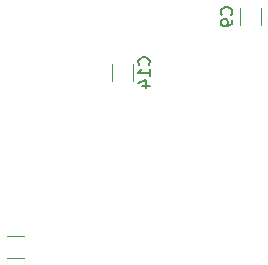
<source format=gbr>
%TF.GenerationSoftware,KiCad,Pcbnew,9.0.0*%
%TF.CreationDate,2025-04-21T23:10:22+02:00*%
%TF.ProjectId,DIMECRES_C_retrovisors,44494d45-4352-4455-935f-435f72657472,rev?*%
%TF.SameCoordinates,Original*%
%TF.FileFunction,Legend,Bot*%
%TF.FilePolarity,Positive*%
%FSLAX46Y46*%
G04 Gerber Fmt 4.6, Leading zero omitted, Abs format (unit mm)*
G04 Created by KiCad (PCBNEW 9.0.0) date 2025-04-21 23:10:22*
%MOMM*%
%LPD*%
G01*
G04 APERTURE LIST*
%ADD10C,0.150000*%
%ADD11C,0.120000*%
G04 APERTURE END LIST*
D10*
X119284580Y-92969642D02*
X119332200Y-92922023D01*
X119332200Y-92922023D02*
X119379819Y-92779166D01*
X119379819Y-92779166D02*
X119379819Y-92683928D01*
X119379819Y-92683928D02*
X119332200Y-92541071D01*
X119332200Y-92541071D02*
X119236961Y-92445833D01*
X119236961Y-92445833D02*
X119141723Y-92398214D01*
X119141723Y-92398214D02*
X118951247Y-92350595D01*
X118951247Y-92350595D02*
X118808390Y-92350595D01*
X118808390Y-92350595D02*
X118617914Y-92398214D01*
X118617914Y-92398214D02*
X118522676Y-92445833D01*
X118522676Y-92445833D02*
X118427438Y-92541071D01*
X118427438Y-92541071D02*
X118379819Y-92683928D01*
X118379819Y-92683928D02*
X118379819Y-92779166D01*
X118379819Y-92779166D02*
X118427438Y-92922023D01*
X118427438Y-92922023D02*
X118475057Y-92969642D01*
X119379819Y-93922023D02*
X119379819Y-93350595D01*
X119379819Y-93636309D02*
X118379819Y-93636309D01*
X118379819Y-93636309D02*
X118522676Y-93541071D01*
X118522676Y-93541071D02*
X118617914Y-93445833D01*
X118617914Y-93445833D02*
X118665533Y-93350595D01*
X118713152Y-94779166D02*
X119379819Y-94779166D01*
X118332200Y-94541071D02*
X119046485Y-94302976D01*
X119046485Y-94302976D02*
X119046485Y-94922023D01*
X126259580Y-88745833D02*
X126307200Y-88698214D01*
X126307200Y-88698214D02*
X126354819Y-88555357D01*
X126354819Y-88555357D02*
X126354819Y-88460119D01*
X126354819Y-88460119D02*
X126307200Y-88317262D01*
X126307200Y-88317262D02*
X126211961Y-88222024D01*
X126211961Y-88222024D02*
X126116723Y-88174405D01*
X126116723Y-88174405D02*
X125926247Y-88126786D01*
X125926247Y-88126786D02*
X125783390Y-88126786D01*
X125783390Y-88126786D02*
X125592914Y-88174405D01*
X125592914Y-88174405D02*
X125497676Y-88222024D01*
X125497676Y-88222024D02*
X125402438Y-88317262D01*
X125402438Y-88317262D02*
X125354819Y-88460119D01*
X125354819Y-88460119D02*
X125354819Y-88555357D01*
X125354819Y-88555357D02*
X125402438Y-88698214D01*
X125402438Y-88698214D02*
X125450057Y-88745833D01*
X126354819Y-89222024D02*
X126354819Y-89412500D01*
X126354819Y-89412500D02*
X126307200Y-89507738D01*
X126307200Y-89507738D02*
X126259580Y-89555357D01*
X126259580Y-89555357D02*
X126116723Y-89650595D01*
X126116723Y-89650595D02*
X125926247Y-89698214D01*
X125926247Y-89698214D02*
X125545295Y-89698214D01*
X125545295Y-89698214D02*
X125450057Y-89650595D01*
X125450057Y-89650595D02*
X125402438Y-89602976D01*
X125402438Y-89602976D02*
X125354819Y-89507738D01*
X125354819Y-89507738D02*
X125354819Y-89317262D01*
X125354819Y-89317262D02*
X125402438Y-89222024D01*
X125402438Y-89222024D02*
X125450057Y-89174405D01*
X125450057Y-89174405D02*
X125545295Y-89126786D01*
X125545295Y-89126786D02*
X125783390Y-89126786D01*
X125783390Y-89126786D02*
X125878628Y-89174405D01*
X125878628Y-89174405D02*
X125926247Y-89222024D01*
X125926247Y-89222024D02*
X125973866Y-89317262D01*
X125973866Y-89317262D02*
X125973866Y-89507738D01*
X125973866Y-89507738D02*
X125926247Y-89602976D01*
X125926247Y-89602976D02*
X125878628Y-89650595D01*
X125878628Y-89650595D02*
X125783390Y-89698214D01*
D11*
%TO.C,C14*%
X116165000Y-94323752D02*
X116165000Y-92901248D01*
X117985000Y-94323752D02*
X117985000Y-92901248D01*
%TO.C,C10*%
X107286248Y-107515000D02*
X108708752Y-107515000D01*
X107286248Y-109335000D02*
X108708752Y-109335000D01*
%TO.C,C9*%
X126990000Y-89623752D02*
X126990000Y-88201248D01*
X128810000Y-89623752D02*
X128810000Y-88201248D01*
%TD*%
M02*

</source>
